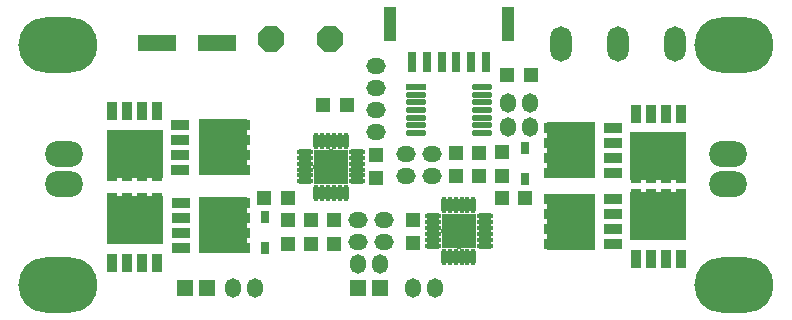
<source format=gts>
G04*
G04 #@! TF.GenerationSoftware,Altium Limited,Altium Designer,22.7.1 (60)*
G04*
G04 Layer_Color=8388736*
%FSLAX25Y25*%
%MOIN*%
G70*
G04*
G04 #@! TF.SameCoordinates,D5FD8CF7-689A-4CA3-A305-E5C997A2AED7*
G04*
G04*
G04 #@! TF.FilePolarity,Negative*
G04*
G01*
G75*
%ADD38R,0.04331X0.11417*%
%ADD39R,0.02756X0.07087*%
%ADD40O,0.01745X0.05524*%
%ADD41R,0.11824X0.11824*%
%ADD42O,0.05524X0.01745*%
%ADD43O,0.06706X0.02178*%
%ADD44R,0.06706X0.02178*%
%ADD45O,0.05328X0.06509*%
%ADD46O,0.06509X0.05328*%
%ADD47R,0.03595X0.06202*%
%ADD48R,0.03595X0.03123*%
%ADD49R,0.06202X0.03595*%
%ADD50R,0.03123X0.03595*%
%ADD51R,0.05524X0.05524*%
%ADD52R,0.03150X0.03937*%
%ADD53R,0.04737X0.04737*%
%ADD54R,0.04737X0.04737*%
%ADD55R,0.12611X0.05524*%
%ADD56R,0.18595X0.15958*%
%ADD57R,0.15958X0.18595*%
%ADD58O,0.12611X0.08674*%
%ADD59O,0.07087X0.11811*%
%ADD60P,0.09389X8X292.5*%
%ADD61O,0.26391X0.18517*%
%ADD62C,0.02800*%
D38*
X128290Y100501D02*
D03*
X167463D02*
D03*
D39*
X135574Y88099D02*
D03*
X140494Y88099D02*
D03*
X160180Y88099D02*
D03*
X155259Y88099D02*
D03*
X150338Y88099D02*
D03*
X145416D02*
D03*
D40*
X150116Y40261D02*
D03*
X156021Y40261D02*
D03*
X156021Y22939D02*
D03*
X154053D02*
D03*
X152084Y22939D02*
D03*
X150116D02*
D03*
X148147Y22939D02*
D03*
X146179D02*
D03*
X146179Y40261D02*
D03*
X148147D02*
D03*
X152084Y40261D02*
D03*
X154053Y40261D02*
D03*
X103579Y44439D02*
D03*
X105547D02*
D03*
X107516Y44439D02*
D03*
X109484D02*
D03*
X111453Y44439D02*
D03*
X113421D02*
D03*
X113421Y61761D02*
D03*
X111453D02*
D03*
X109484Y61761D02*
D03*
X107516D02*
D03*
X105547Y61761D02*
D03*
X103579D02*
D03*
D41*
X151100Y31600D02*
D03*
X108500Y53100D02*
D03*
D42*
X159761Y36521D02*
D03*
Y34553D02*
D03*
Y32584D02*
D03*
Y30616D02*
D03*
Y28647D02*
D03*
Y26679D02*
D03*
X142439D02*
D03*
Y28647D02*
D03*
Y30616D02*
D03*
Y32584D02*
D03*
Y34553D02*
D03*
Y36521D02*
D03*
X117161Y48179D02*
D03*
Y50147D02*
D03*
Y52116D02*
D03*
Y54084D02*
D03*
Y56053D02*
D03*
Y58021D02*
D03*
X99839D02*
D03*
Y56053D02*
D03*
Y54084D02*
D03*
Y52116D02*
D03*
Y50147D02*
D03*
Y48179D02*
D03*
D43*
X158900Y64323D02*
D03*
Y66882D02*
D03*
Y69441D02*
D03*
Y72000D02*
D03*
Y74559D02*
D03*
Y77118D02*
D03*
Y79677D02*
D03*
X136853Y64323D02*
D03*
Y72000D02*
D03*
Y66882D02*
D03*
Y69441D02*
D03*
Y74559D02*
D03*
Y77118D02*
D03*
D44*
Y79677D02*
D03*
D45*
X174942Y66168D02*
D03*
X167658D02*
D03*
Y74369D02*
D03*
X174942D02*
D03*
X117558Y20700D02*
D03*
X124842D02*
D03*
X135800Y12800D02*
D03*
X143083D02*
D03*
X75958D02*
D03*
X83242D02*
D03*
D46*
X133700Y57242D02*
D03*
Y49958D02*
D03*
X142200Y57242D02*
D03*
Y49958D02*
D03*
X126100Y27958D02*
D03*
Y35242D02*
D03*
X117600Y27958D02*
D03*
X117600Y35242D02*
D03*
X123700Y64558D02*
D03*
Y71842D02*
D03*
Y86700D02*
D03*
Y79417D02*
D03*
D47*
X210200Y22439D02*
D03*
X215200D02*
D03*
X220200D02*
D03*
X225200D02*
D03*
X225200Y70700D02*
D03*
X220200D02*
D03*
X215200D02*
D03*
X210200D02*
D03*
X35600Y21139D02*
D03*
X40600Y21139D02*
D03*
X45600D02*
D03*
X50600Y21139D02*
D03*
X35590Y71625D02*
D03*
X40590D02*
D03*
X45590Y71625D02*
D03*
X50590D02*
D03*
D48*
X225200Y44300D02*
D03*
X220200D02*
D03*
X215200D02*
D03*
X210200D02*
D03*
X210200Y48839D02*
D03*
X215200D02*
D03*
X220200D02*
D03*
X225200D02*
D03*
X50600Y43000D02*
D03*
X45600D02*
D03*
X40600D02*
D03*
X35600D02*
D03*
X50590Y49764D02*
D03*
X45590D02*
D03*
X40590Y49764D02*
D03*
X35590D02*
D03*
D49*
X202600Y27200D02*
D03*
Y32200D02*
D03*
Y37200D02*
D03*
Y42200D02*
D03*
Y51100D02*
D03*
Y56100D02*
D03*
Y61100D02*
D03*
Y66100D02*
D03*
X58470Y41100D02*
D03*
Y36100D02*
D03*
X58470Y31100D02*
D03*
Y26100D02*
D03*
X58360Y67025D02*
D03*
X58360Y62025D02*
D03*
Y57025D02*
D03*
X58360Y52025D02*
D03*
D50*
X180739Y42200D02*
D03*
Y37200D02*
D03*
Y32200D02*
D03*
Y27200D02*
D03*
Y66100D02*
D03*
Y61100D02*
D03*
Y56100D02*
D03*
Y51100D02*
D03*
X80330Y26100D02*
D03*
Y31100D02*
D03*
X80330Y36100D02*
D03*
Y41100D02*
D03*
X80221Y52025D02*
D03*
Y57025D02*
D03*
Y62025D02*
D03*
Y67025D02*
D03*
D51*
X117558Y12800D02*
D03*
X125039Y12800D02*
D03*
X59891D02*
D03*
X67372D02*
D03*
D52*
X173300Y59231D02*
D03*
Y48995D02*
D03*
X86500Y25969D02*
D03*
Y36205D02*
D03*
D53*
X157750Y57755D02*
D03*
Y49881D02*
D03*
X165400Y49963D02*
D03*
Y57837D02*
D03*
X150100Y57737D02*
D03*
Y49863D02*
D03*
X135800Y35437D02*
D03*
Y27563D02*
D03*
X101832Y35319D02*
D03*
Y27445D02*
D03*
X94200Y27463D02*
D03*
Y35337D02*
D03*
X109465Y27445D02*
D03*
Y35319D02*
D03*
X123700Y49163D02*
D03*
Y57037D02*
D03*
D54*
X173274Y42600D02*
D03*
X165400D02*
D03*
X175237Y83700D02*
D03*
X167363D02*
D03*
X113737Y73600D02*
D03*
X105863D02*
D03*
X86263Y42600D02*
D03*
X94137Y42600D02*
D03*
D55*
X70600Y94200D02*
D03*
X50600D02*
D03*
D56*
X217693Y36594D02*
D03*
X217687Y56548D02*
D03*
X43100Y35292D02*
D03*
X43099Y57472D02*
D03*
D57*
X188448Y34701D02*
D03*
X188447Y58600D02*
D03*
X72622Y33603D02*
D03*
X72512Y59525D02*
D03*
D58*
X240905Y47399D02*
D03*
Y57399D02*
D03*
X19685Y47400D02*
D03*
Y57400D02*
D03*
D59*
X185302Y93900D02*
D03*
X204200D02*
D03*
X223097D02*
D03*
D60*
X108100Y95600D02*
D03*
X88415D02*
D03*
D61*
X17717Y93504D02*
D03*
X242874D02*
D03*
Y13780D02*
D03*
X17717D02*
D03*
D62*
X151100Y31600D02*
D03*
X155628D02*
D03*
X151100Y27072D02*
D03*
X146572Y31600D02*
D03*
X151100Y36128D02*
D03*
X108500Y48572D02*
D03*
X113028Y53100D02*
D03*
X108500Y57628D02*
D03*
X103972Y53100D02*
D03*
X108500D02*
D03*
M02*

</source>
